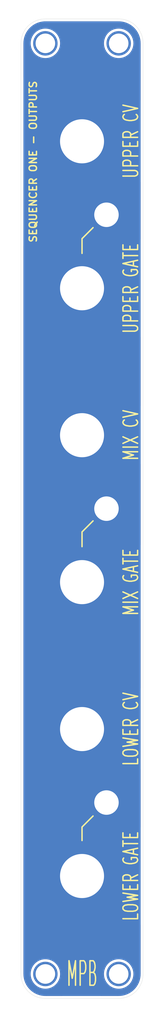
<source format=kicad_pcb>
(kicad_pcb (version 20211014) (generator pcbnew)
  (title_block (title "Sequencer One - Output Panel") (date "2024-01-18") (rev "v1") (company "Multi Phase Brothel"))
  (layers (0 "F.Cu" signal) (31 "B.Cu" signal) (34 "B.Paste" user) (35 "F.Paste" user) (36 "B.SilkS" user "B.Silkscreen") (37 "F.SilkS" user "F.Silkscreen") (38 "B.Mask" user) (39 "F.Mask" user) (44 "Edge.Cuts" user))
  (net 0 "")
  (net 1 "GND")
  (footprint "kosmo-panel:6.5 mm (Quarter Inch) Jack" (layer "F.Cu") (at 62.5 80)
    (fp_text reference "REF**")
    (fp_text value "6.5 mm (Quarter Inch) Jack")
    (pad "" thru_hole circle (at 0 0) (size 13 13) (drill 9) (layers *.Cu *.Mask) (net 1 "GND"))
  )
  (footprint "kosmo-panel:5mm LED Bare Hole" (layer "F.Cu") (at 67.5 125)
    (fp_text reference "REF**")
    (fp_text value "5mm LED Bare Hole")
    (pad "" thru_hole circle (at 0 0) (size 6 6) (drill 5) (layers *.Cu *.Mask) (net 1 "GND"))
  )
  (footprint "kosmo-panel:6.5 mm (Quarter Inch) Jack" (layer "F.Cu") (at 62.5 140)
    (fp_text reference "REF**")
    (fp_text value "6.5 mm (Quarter Inch) Jack")
    (pad "" thru_hole circle (at 0 0) (size 13 13) (drill 9) (layers *.Cu *.Mask) (net 1 "GND"))
  )
  (footprint "kosmo-panel:KOSMO 2.5 cm Panel" (layer "F.Cu") (at 50 25)
    (fp_text reference "REF**")
    (fp_text value "KOSMO 2.5 cm Panel")
    (fp_line (start 5 0) (end 20 0) (layer "Edge.Cuts") (width 0.05))
    (fp_line (start 5 200) (end 20 200) (layer "Edge.Cuts") (width 0.05))
    (fp_line (start 25 5) (end 25 195) (layer "Edge.Cuts") (width 0.05))
    (fp_line (start 0 5) (end 0 195) (layer "Edge.Cuts") (width 0.05))
    (fp_arc (start 25 195) (mid 23.535534 198.535534) (end 20 200) (layer "Edge.Cuts") (width 0.05))
    (fp_arc (start 5 200) (mid 1.464466 198.535534) (end 0 195) (layer "Edge.Cuts") (width 0.05))
    (fp_arc (start 0 5) (mid 1.464466 1.464466) (end 5 0) (layer "Edge.Cuts") (width 0.05))
    (fp_arc (start 20 0) (mid 23.535534 1.464466) (end 25 5) (layer "Edge.Cuts") (width 0.05))
    (pad "" np_thru_hole circle (at 20 5) (size 5 5) (drill 4) (layers F&B.Cu *.Mask))
    (pad "" np_thru_hole circle (at 5 195) (size 5 5) (drill 4) (layers F&B.Cu *.Mask))
    (pad "" np_thru_hole circle (at 5 5) (size 5 5) (drill 4) (layers F&B.Cu *.Mask))
    (pad "" np_thru_hole circle (at 20 195) (size 5 5) (drill 4) (layers F&B.Cu *.Mask))
  )
  (footprint "kosmo-panel:6.5 mm (Quarter Inch) Jack" (layer "F.Cu") (at 62.5 200)
    (fp_text reference "REF**")
    (fp_text value "6.5 mm (Quarter Inch) Jack")
    (pad "" thru_hole circle (at 0 0) (size 13 13) (drill 9) (layers *.Cu *.Mask) (net 1 "GND"))
  )
  (footprint "kosmo-panel:6.5 mm (Quarter Inch) Jack" (layer "F.Cu") (at 62.5 170)
    (fp_text reference "REF**")
    (fp_text value "6.5 mm (Quarter Inch) Jack")
    (pad "" thru_hole circle (at 0 0) (size 13 13) (drill 9) (layers *.Cu *.Mask) (net 1 "GND"))
  )
  (footprint "kosmo-panel:6.5 mm (Quarter Inch) Jack" (layer "F.Cu") (at 62.5 50)
    (fp_text reference "REF**")
    (fp_text value "6.5 mm (Quarter Inch) Jack")
    (pad "" thru_hole circle (at 0 0) (size 13 13) (drill 9) (layers *.Cu *.Mask) (net 1 "GND"))
  )
  (footprint "kosmo-panel:5mm LED Bare Hole" (layer "F.Cu") (at 67.5 65)
    (fp_text reference "REF**")
    (fp_text value "5mm LED Bare Hole")
    (pad "" thru_hole circle (at 0 0) (size 6 6) (drill 5) (layers *.Cu *.Mask) (net 1 "GND"))
  )
  (footprint "kosmo-panel:5mm LED Bare Hole" (layer "F.Cu") (at 67.5 185)
    (fp_text reference "REF**")
    (fp_text value "5mm LED Bare Hole")
    (pad "" thru_hole circle (at 0 0) (size 6 6) (drill 5) (layers *.Cu *.Mask) (net 1 "GND"))
  )
  (footprint "kosmo-panel:6.5 mm (Quarter Inch) Jack" (layer "F.Cu") (at 62.5 110)
    (fp_text reference "REF**")
    (fp_text value "6.5 mm (Quarter Inch) Jack")
    (pad "" thru_hole circle (at 0 0) (size 13 13) (drill 9) (layers *.Cu *.Mask) (net 1 "GND"))
  )
  (gr_line (start 62.5 72.875) (end 62.5 69.875) (layer "F.SilkS") (width 0.3))
  (gr_line (start 62.5 132.75) (end 62.5 129.75) (layer "F.SilkS") (width 0.3))
  (gr_line (start 62.5 192.75) (end 62.5 190) (layer "F.SilkS") (width 0.3))
  (gr_line (start 62.5 69.875) (end 64.75 67.625) (layer "F.SilkS") (width 0.3))
  (gr_line (start 62.5 129.75) (end 64.75 127.5) (layer "F.SilkS") (width 0.3))
  (gr_line (start 62.5 190) (end 64.75 187.75) (layer "F.SilkS") (width 0.3))
  (gr_text "UPPER GATE" (at 72.394889 79.979932 90) (layer "F.Cu") (effects (font (size 3 2) (thickness 0.3))))
  (gr_text "SEQUENCER ONE - OUTPUTS" (at 52.5 37.5 90) (layer "F.Cu") (effects (font (size 1.5 1.5) (thickness 0.3)) (justify right)))
  (gr_text "MIX GATE" (at 72.394889 139.979932 90) (layer "F.Cu") (effects (font (size 3 2) (thickness 0.3))))
  (gr_text "MPB" (at 62.394889 219.979932) (layer "F.Cu") (effects (font (size 5 2) (thickness 0.3))))
  (gr_text "UPPER CV" (at 72.394889 49.979932 90) (layer "F.Cu") (effects (font (size 3 2) (thickness 0.3))))
  (gr_text "LOWER GATE" (at 72.394889 199.979932 90) (layer "F.Cu") (effects (font (size 3 2) (thickness 0.3))))
  (gr_text "LOWER CV" (at 72.394889 169.979932 90) (layer "F.Cu") (effects (font (size 3 2) (thickness 0.3))))
  (gr_text "MIX CV" (at 72.394889 109.979932 90) (layer "F.Cu") (effects (font (size 3 2) (thickness 0.3))))
  (gr_text "LOWER CV" (at 72.5 170 90) (layer "F.SilkS") (effects (font (size 3 2) (thickness 0.3))))
  (gr_text "MIX GATE" (at 72.5 140 90) (layer "F.SilkS") (effects (font (size 3 2) (thickness 0.3))))
  (gr_text "MPB" (at 62.5 220) (layer "F.SilkS") (effects (font (size 5 2) (thickness 0.3))))
  (gr_text "SEQUENCER ONE - OUTPUTS" (at 52.5 37.5 90) (layer "F.SilkS") (effects (font (size 1.5 1.5) (thickness 0.3)) (justify right)))
  (gr_text "MIX CV" (at 72.5 110 90) (layer "F.SilkS") (effects (font (size 3 2) (thickness 0.3))))
  (gr_text "UPPER GATE" (at 72.5 80 90) (layer "F.SilkS") (effects (font (size 3 2) (thickness 0.3))))
  (gr_text "LOWER GATE" (at 72.5 200 90) (layer "F.SilkS") (effects (font (size 3 2) (thickness 0.3))))
  (gr_text "UPPER CV" (at 72.5 50 90) (layer "F.SilkS") (effects (font (size 3 2) (thickness 0.3))))
  (zone (net 1) (net_name "GND") (layers F&B.Cu) (connect_pads yes (clearance 0.508)) (min_thickness 0.254) (fill yes (thermal_gap 0.508) (thermal_bridge_width 0.508))
    (polygon (pts (xy 75 225) (xy 50 225) (xy 50 25) (xy 75 25)))
  )
)
</source>
